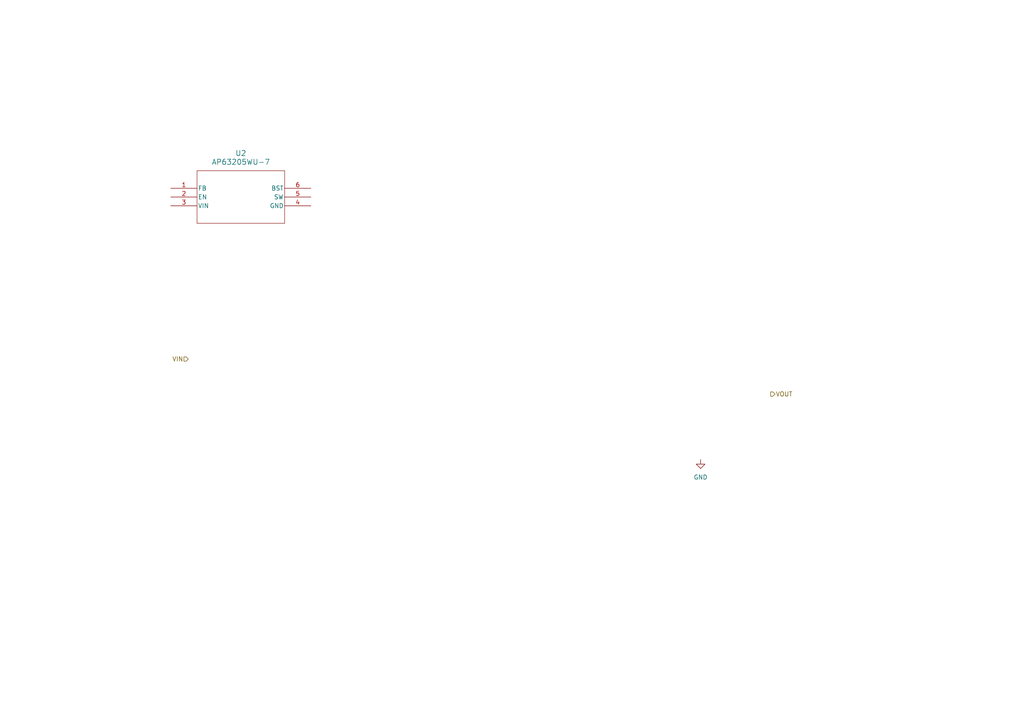
<source format=kicad_sch>
(kicad_sch
	(version 20250114)
	(generator "eeschema")
	(generator_version "9.0")
	(uuid "9091efec-18aa-4a95-93e8-e9ce2b046755")
	(paper "A4")
	(lib_symbols
		(symbol "AP63205WU-7:AP63205WU-7"
			(pin_names
				(offset 0.254)
			)
			(exclude_from_sim no)
			(in_bom yes)
			(on_board yes)
			(property "Reference" "U"
				(at 20.32 10.16 0)
				(effects
					(font
						(size 1.524 1.524)
					)
				)
			)
			(property "Value" "AP63205WU-7"
				(at 20.32 7.62 0)
				(effects
					(font
						(size 1.524 1.524)
					)
				)
			)
			(property "Footprint" "SOIC_05WU-7_DIO"
				(at 0 0 0)
				(effects
					(font
						(size 1.27 1.27)
						(italic yes)
					)
					(hide yes)
				)
			)
			(property "Datasheet" "AP63205WU-7"
				(at 0 0 0)
				(effects
					(font
						(size 1.27 1.27)
						(italic yes)
					)
					(hide yes)
				)
			)
			(property "Description" ""
				(at 0 0 0)
				(effects
					(font
						(size 1.27 1.27)
					)
					(hide yes)
				)
			)
			(property "ki_locked" ""
				(at 0 0 0)
				(effects
					(font
						(size 1.27 1.27)
					)
				)
			)
			(property "ki_keywords" "AP63205WU-7"
				(at 0 0 0)
				(effects
					(font
						(size 1.27 1.27)
					)
					(hide yes)
				)
			)
			(property "ki_fp_filters" "SOIC_05WU-7_DIO SOIC_05WU-7_DIO-M SOIC_05WU-7_DIO-L"
				(at 0 0 0)
				(effects
					(font
						(size 1.27 1.27)
					)
					(hide yes)
				)
			)
			(symbol "AP63205WU-7_0_1"
				(polyline
					(pts
						(xy 7.62 5.08) (xy 7.62 -10.16)
					)
					(stroke
						(width 0.127)
						(type default)
					)
					(fill
						(type none)
					)
				)
				(polyline
					(pts
						(xy 7.62 -10.16) (xy 33.02 -10.16)
					)
					(stroke
						(width 0.127)
						(type default)
					)
					(fill
						(type none)
					)
				)
				(polyline
					(pts
						(xy 33.02 5.08) (xy 7.62 5.08)
					)
					(stroke
						(width 0.127)
						(type default)
					)
					(fill
						(type none)
					)
				)
				(polyline
					(pts
						(xy 33.02 -10.16) (xy 33.02 5.08)
					)
					(stroke
						(width 0.127)
						(type default)
					)
					(fill
						(type none)
					)
				)
				(pin unspecified line
					(at 0 0 0)
					(length 7.62)
					(name "FB"
						(effects
							(font
								(size 1.27 1.27)
							)
						)
					)
					(number "1"
						(effects
							(font
								(size 1.27 1.27)
							)
						)
					)
				)
				(pin unspecified line
					(at 0 -2.54 0)
					(length 7.62)
					(name "EN"
						(effects
							(font
								(size 1.27 1.27)
							)
						)
					)
					(number "2"
						(effects
							(font
								(size 1.27 1.27)
							)
						)
					)
				)
				(pin unspecified line
					(at 0 -5.08 0)
					(length 7.62)
					(name "VIN"
						(effects
							(font
								(size 1.27 1.27)
							)
						)
					)
					(number "3"
						(effects
							(font
								(size 1.27 1.27)
							)
						)
					)
				)
				(pin unspecified line
					(at 40.64 0 180)
					(length 7.62)
					(name "BST"
						(effects
							(font
								(size 1.27 1.27)
							)
						)
					)
					(number "6"
						(effects
							(font
								(size 1.27 1.27)
							)
						)
					)
				)
				(pin unspecified line
					(at 40.64 -2.54 180)
					(length 7.62)
					(name "SW"
						(effects
							(font
								(size 1.27 1.27)
							)
						)
					)
					(number "5"
						(effects
							(font
								(size 1.27 1.27)
							)
						)
					)
				)
				(pin power_out line
					(at 40.64 -5.08 180)
					(length 7.62)
					(name "GND"
						(effects
							(font
								(size 1.27 1.27)
							)
						)
					)
					(number "4"
						(effects
							(font
								(size 1.27 1.27)
							)
						)
					)
				)
			)
			(embedded_fonts no)
		)
		(symbol "power:GND"
			(power)
			(pin_numbers
				(hide yes)
			)
			(pin_names
				(offset 0)
				(hide yes)
			)
			(exclude_from_sim no)
			(in_bom yes)
			(on_board yes)
			(property "Reference" "#PWR"
				(at 0 -6.35 0)
				(effects
					(font
						(size 1.27 1.27)
					)
					(hide yes)
				)
			)
			(property "Value" "GND"
				(at 0 -3.81 0)
				(effects
					(font
						(size 1.27 1.27)
					)
				)
			)
			(property "Footprint" ""
				(at 0 0 0)
				(effects
					(font
						(size 1.27 1.27)
					)
					(hide yes)
				)
			)
			(property "Datasheet" ""
				(at 0 0 0)
				(effects
					(font
						(size 1.27 1.27)
					)
					(hide yes)
				)
			)
			(property "Description" "Power symbol creates a global label with name \"GND\" , ground"
				(at 0 0 0)
				(effects
					(font
						(size 1.27 1.27)
					)
					(hide yes)
				)
			)
			(property "ki_keywords" "global power"
				(at 0 0 0)
				(effects
					(font
						(size 1.27 1.27)
					)
					(hide yes)
				)
			)
			(symbol "GND_0_1"
				(polyline
					(pts
						(xy 0 0) (xy 0 -1.27) (xy 1.27 -1.27) (xy 0 -2.54) (xy -1.27 -1.27) (xy 0 -1.27)
					)
					(stroke
						(width 0)
						(type default)
					)
					(fill
						(type none)
					)
				)
			)
			(symbol "GND_1_1"
				(pin power_in line
					(at 0 0 270)
					(length 0)
					(name "~"
						(effects
							(font
								(size 1.27 1.27)
							)
						)
					)
					(number "1"
						(effects
							(font
								(size 1.27 1.27)
							)
						)
					)
				)
			)
			(embedded_fonts no)
		)
	)
	(hierarchical_label "VOUT"
		(shape output)
		(at 223.52 114.3 0)
		(effects
			(font
				(size 1.27 1.27)
			)
			(justify left)
		)
		(uuid "360281df-0655-446c-ad4d-8d947f4fad74")
	)
	(hierarchical_label "VIN"
		(shape input)
		(at 54.61 104.14 180)
		(effects
			(font
				(size 1.27 1.27)
			)
			(justify right)
		)
		(uuid "e3699a0c-520a-40cd-a23a-17dd657eb0e6")
	)
	(symbol
		(lib_id "AP63205WU-7:AP63205WU-7")
		(at 49.53 54.61 0)
		(unit 1)
		(exclude_from_sim no)
		(in_bom yes)
		(on_board yes)
		(dnp no)
		(fields_autoplaced yes)
		(uuid "3b24b3ca-1ca7-4bc9-8f07-da2b599a471b")
		(property "Reference" "U2"
			(at 69.85 44.45 0)
			(effects
				(font
					(size 1.524 1.524)
				)
			)
		)
		(property "Value" "AP63205WU-7"
			(at 69.85 46.99 0)
			(effects
				(font
					(size 1.524 1.524)
				)
			)
		)
		(property "Footprint" "SOIC_05WU-7_DIO"
			(at 49.53 54.61 0)
			(effects
				(font
					(size 1.27 1.27)
					(italic yes)
				)
				(hide yes)
			)
		)
		(property "Datasheet" "AP63205WU-7"
			(at 49.53 54.61 0)
			(effects
				(font
					(size 1.27 1.27)
					(italic yes)
				)
				(hide yes)
			)
		)
		(property "Description" ""
			(at 49.53 54.61 0)
			(effects
				(font
					(size 1.27 1.27)
				)
				(hide yes)
			)
		)
		(pin "1"
			(uuid "beb01e6b-4369-4698-a3fd-e5be5df2b378")
		)
		(pin "2"
			(uuid "a52c9e2d-3f1a-4688-94e6-750ec98ab18b")
		)
		(pin "3"
			(uuid "a3132396-4a23-45b5-a356-dead37c1f14d")
		)
		(pin "6"
			(uuid "8d61bc0e-c855-43fb-a2bf-c6cd6c8893ed")
		)
		(pin "5"
			(uuid "843d6e62-94d0-47ae-a978-436267edd35d")
		)
		(pin "4"
			(uuid "d5661a58-7df8-4fec-9bad-4b2f9ef07e75")
		)
		(instances
			(project "power_distribution"
				(path "/60722063-abcd-445d-bfe3-2bc3b4deef0d/e07a9241-783b-4e5c-9524-3952a51d89e7"
					(reference "U2")
					(unit 1)
				)
			)
		)
	)
	(symbol
		(lib_id "power:GND")
		(at 203.2 133.35 0)
		(unit 1)
		(exclude_from_sim no)
		(in_bom yes)
		(on_board yes)
		(dnp no)
		(fields_autoplaced yes)
		(uuid "59e621c4-a252-40ea-a5aa-a34205a59080")
		(property "Reference" "#PWR0101"
			(at 203.2 139.7 0)
			(effects
				(font
					(size 1.27 1.27)
				)
				(hide yes)
			)
		)
		(property "Value" "GND"
			(at 203.2 138.43 0)
			(effects
				(font
					(size 1.27 1.27)
				)
			)
		)
		(property "Footprint" ""
			(at 203.2 133.35 0)
			(effects
				(font
					(size 1.27 1.27)
				)
				(hide yes)
			)
		)
		(property "Datasheet" ""
			(at 203.2 133.35 0)
			(effects
				(font
					(size 1.27 1.27)
				)
				(hide yes)
			)
		)
		(property "Description" "Power symbol creates a global label with name \"GND\" , ground"
			(at 203.2 133.35 0)
			(effects
				(font
					(size 1.27 1.27)
				)
				(hide yes)
			)
		)
		(pin "1"
			(uuid "c985fc0b-8f41-407a-b370-09f7138b5ac6")
		)
		(instances
			(project "power_distribution"
				(path "/60722063-abcd-445d-bfe3-2bc3b4deef0d/e07a9241-783b-4e5c-9524-3952a51d89e7"
					(reference "#PWR0101")
					(unit 1)
				)
			)
		)
	)
)

</source>
